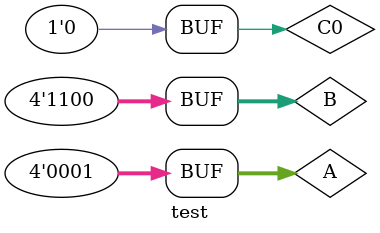
<source format=v>
`timescale 1ns / 1ps


module test;

	// Inputs
	reg [3:0] A;
	reg [3:0] B;
	reg C0;

	// Outputs
	wire C4;
	wire [3:0] F;

	// Instantiate the Unit Under Test (UUT)
	demo06 uut (
		.A(A), 
		.B(B), 
		.C0(C0), 
		.C4(C4), 
		.F(F)
	);

	initial begin
		// Initialize Inputs
		A = 0;
		B = 0;
		C0 = 0;

		// Wait 100 ns for global reset to finish
		#100;
        
		// Add stimulus here
		#100;
		A = 4'b1111;B = 4'b1111;C0 = 1'b1;
		
		#100;
		A = 4'b1111;B = 4'b1100;C0 = 1'b1;
		
		#100;
		A = 4'b0000;B = 4'b1111;C0 = 1'b1;
		
		#100;
		A = 4'b0001;B = 4'b0001;C0 = 1'b1;
		
		#100;
		A = 4'b1111;B = 4'b1111;C0 = 1'b0;
		
		#100;
		A = 4'b0001;B = 4'b1100;C0 = 1'b0;

	end
      
endmodule


</source>
